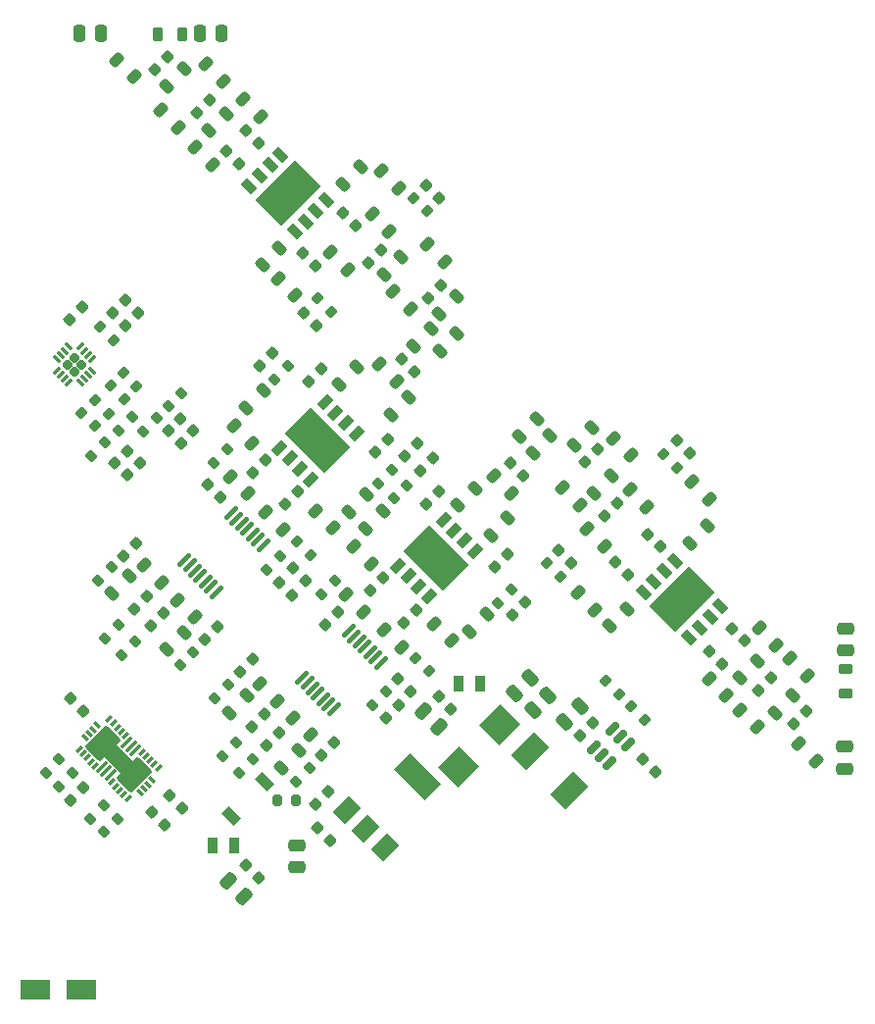
<source format=gbr>
%TF.GenerationSoftware,KiCad,Pcbnew,6.0.4-6f826c9f35~116~ubuntu20.04.1*%
%TF.CreationDate,2022-04-04T16:57:45+00:00*%
%TF.ProjectId,QFHMIX01D,5146484d-4958-4303-9144-2e6b69636164,REV 0.2*%
%TF.SameCoordinates,Original*%
%TF.FileFunction,Paste,Bot*%
%TF.FilePolarity,Positive*%
%FSLAX46Y46*%
G04 Gerber Fmt 4.6, Leading zero omitted, Abs format (unit mm)*
G04 Created by KiCad (PCBNEW 6.0.4-6f826c9f35~116~ubuntu20.04.1) date 2022-04-04 16:57:45*
%MOMM*%
%LPD*%
G01*
G04 APERTURE LIST*
G04 Aperture macros list*
%AMRoundRect*
0 Rectangle with rounded corners*
0 $1 Rounding radius*
0 $2 $3 $4 $5 $6 $7 $8 $9 X,Y pos of 4 corners*
0 Add a 4 corners polygon primitive as box body*
4,1,4,$2,$3,$4,$5,$6,$7,$8,$9,$2,$3,0*
0 Add four circle primitives for the rounded corners*
1,1,$1+$1,$2,$3*
1,1,$1+$1,$4,$5*
1,1,$1+$1,$6,$7*
1,1,$1+$1,$8,$9*
0 Add four rect primitives between the rounded corners*
20,1,$1+$1,$2,$3,$4,$5,0*
20,1,$1+$1,$4,$5,$6,$7,0*
20,1,$1+$1,$6,$7,$8,$9,0*
20,1,$1+$1,$8,$9,$2,$3,0*%
%AMRotRect*
0 Rectangle, with rotation*
0 The origin of the aperture is its center*
0 $1 length*
0 $2 width*
0 $3 Rotation angle, in degrees counterclockwise*
0 Add horizontal line*
21,1,$1,$2,0,0,$3*%
G04 Aperture macros list end*
%ADD10RoundRect,0.200000X0.053033X-0.335876X0.335876X-0.053033X-0.053033X0.335876X-0.335876X0.053033X0*%
%ADD11RoundRect,0.200000X-0.053033X0.335876X-0.335876X0.053033X0.053033X-0.335876X0.335876X-0.053033X0*%
%ADD12RoundRect,0.225000X0.017678X-0.335876X0.335876X-0.017678X-0.017678X0.335876X-0.335876X0.017678X0*%
%ADD13R,2.500000X1.800000*%
%ADD14RoundRect,0.225000X-0.335876X-0.017678X-0.017678X-0.335876X0.335876X0.017678X0.017678X0.335876X0*%
%ADD15RoundRect,0.225000X-0.017678X0.335876X-0.335876X0.017678X0.017678X-0.335876X0.335876X-0.017678X0*%
%ADD16RoundRect,0.200000X0.335876X0.053033X0.053033X0.335876X-0.335876X-0.053033X-0.053033X-0.335876X0*%
%ADD17RoundRect,0.250000X-0.512652X-0.159099X-0.159099X-0.512652X0.512652X0.159099X0.159099X0.512652X0*%
%ADD18RoundRect,0.225000X0.335876X0.017678X0.017678X0.335876X-0.335876X-0.017678X-0.017678X-0.335876X0*%
%ADD19RoundRect,0.218750X-0.424264X-0.114905X-0.114905X-0.424264X0.424264X0.114905X0.114905X0.424264X0*%
%ADD20RoundRect,0.218750X0.424264X0.114905X0.114905X0.424264X-0.424264X-0.114905X-0.114905X-0.424264X0*%
%ADD21RoundRect,0.250000X0.250000X0.475000X-0.250000X0.475000X-0.250000X-0.475000X0.250000X-0.475000X0*%
%ADD22RoundRect,0.218750X-0.114905X0.424264X-0.424264X0.114905X0.114905X-0.424264X0.424264X-0.114905X0*%
%ADD23RoundRect,0.218750X0.114905X-0.424264X0.424264X-0.114905X-0.114905X0.424264X-0.424264X0.114905X0*%
%ADD24RoundRect,0.200000X-0.335876X-0.053033X-0.053033X-0.335876X0.335876X0.053033X0.053033X0.335876X0*%
%ADD25RotRect,0.760000X1.270000X315.000000*%
%ADD26RotRect,4.800000X3.200000X315.000000*%
%ADD27RoundRect,0.250000X0.475000X-0.250000X0.475000X0.250000X-0.475000X0.250000X-0.475000X-0.250000X0*%
%ADD28RoundRect,0.218750X0.218750X0.381250X-0.218750X0.381250X-0.218750X-0.381250X0.218750X-0.381250X0*%
%ADD29RoundRect,0.218750X-0.381250X0.218750X-0.381250X-0.218750X0.381250X-0.218750X0.381250X0.218750X0*%
%ADD30RoundRect,0.250000X-0.159099X0.512652X-0.512652X0.159099X0.159099X-0.512652X0.512652X-0.159099X0*%
%ADD31R,0.889000X1.397000*%
%ADD32RotRect,2.000000X1.500000X45.000000*%
%ADD33RotRect,2.000000X3.800000X45.000000*%
%ADD34RoundRect,0.250000X0.512652X0.159099X0.159099X0.512652X-0.512652X-0.159099X-0.159099X-0.512652X0*%
%ADD35RoundRect,0.100000X0.380070X0.521491X-0.521491X-0.380070X-0.380070X-0.521491X0.521491X0.380070X0*%
%ADD36RoundRect,0.250000X-0.475000X0.250000X-0.475000X-0.250000X0.475000X-0.250000X0.475000X0.250000X0*%
%ADD37RotRect,0.950000X1.500000X225.000000*%
%ADD38RotRect,0.760000X1.270000X45.000000*%
%ADD39RotRect,4.800000X3.200000X45.000000*%
%ADD40RoundRect,0.150000X-0.256326X-0.468458X0.468458X0.256326X0.256326X0.468458X-0.468458X-0.256326X0*%
%ADD41RoundRect,0.200000X0.200000X0.275000X-0.200000X0.275000X-0.200000X-0.275000X0.200000X-0.275000X0*%
%ADD42RotRect,0.760000X1.270000X225.000000*%
%ADD43RotRect,4.800000X3.200000X225.000000*%
%ADD44RoundRect,0.185000X-0.261630X0.000000X0.000000X-0.261630X0.261630X0.000000X0.000000X0.261630X0*%
%ADD45RoundRect,0.062500X-0.282843X0.194454X0.194454X-0.282843X0.282843X-0.194454X-0.194454X0.282843X0*%
%ADD46RoundRect,0.062500X-0.282843X-0.194454X-0.194454X-0.282843X0.282843X0.194454X0.194454X0.282843X0*%
%ADD47RotRect,0.600000X0.300000X225.000000*%
%ADD48RotRect,1.300000X0.300000X225.000000*%
%ADD49RotRect,0.600000X0.300000X135.000000*%
%ADD50RotRect,1.450000X2.000000X225.000000*%
%ADD51RoundRect,0.185000X0.279307X1.325825X-1.325825X-0.279307X-0.279307X-1.325825X1.325825X0.279307X0*%
%ADD52RotRect,1.800000X2.790000X135.000000*%
%ADD53RotRect,1.800000X2.790000X315.000000*%
%ADD54RotRect,2.550160X2.499360X225.000000*%
G04 APERTURE END LIST*
D10*
%TO.C,R8*%
X129540837Y-82091963D03*
X130707563Y-80925237D03*
%TD*%
D11*
%TO.C,R5*%
X128370763Y-83109637D03*
X127204037Y-84276363D03*
%TD*%
D12*
%TO.C,C20*%
X132346706Y-98930691D03*
X133442722Y-97834675D03*
%TD*%
%TO.C,C19*%
X130909866Y-97493850D03*
X132005882Y-96397834D03*
%TD*%
D13*
%TO.C,D1*%
X126358400Y-130327400D03*
X122358400Y-130327400D03*
%TD*%
D14*
%TO.C,C7*%
X129194200Y-84862823D03*
X130290216Y-85958839D03*
%TD*%
D15*
%TO.C,C1*%
X131231008Y-71943592D03*
X130134992Y-73039608D03*
%TD*%
D14*
%TO.C,C6*%
X130337200Y-83846823D03*
X131433216Y-84942839D03*
%TD*%
D15*
%TO.C,C2*%
X130138808Y-70876792D03*
X129042792Y-71972808D03*
%TD*%
D16*
%TO.C,R11*%
X131114800Y-78308200D03*
X129948074Y-77141474D03*
%TD*%
D10*
%TO.C,R7*%
X131674437Y-82193563D03*
X132841163Y-81026837D03*
%TD*%
D11*
%TO.C,R4*%
X135000163Y-78867837D03*
X133833437Y-80034563D03*
%TD*%
D17*
%TO.C,C27*%
X139028249Y-120994249D03*
X140371751Y-122337751D03*
%TD*%
D12*
%TO.C,C22*%
X142326992Y-109260008D03*
X143423008Y-108163992D03*
%TD*%
%TO.C,C21*%
X141055432Y-107662046D03*
X142151448Y-106566030D03*
%TD*%
D10*
%TO.C,R33*%
X127120339Y-115607097D03*
X128287065Y-114440371D03*
%TD*%
%TO.C,R28*%
X129796880Y-101480517D03*
X130963606Y-100313791D03*
%TD*%
%TO.C,R32*%
X124426262Y-112841180D03*
X125592988Y-111674454D03*
%TD*%
%TO.C,R31*%
X123258828Y-111673746D03*
X124425554Y-110507020D03*
%TD*%
%TO.C,R27*%
X128360040Y-100043676D03*
X129526766Y-98876950D03*
%TD*%
%TO.C,R30*%
X139953762Y-111637399D03*
X141120488Y-110470673D03*
%TD*%
%TO.C,R34*%
X128287772Y-116774532D03*
X129454498Y-115607806D03*
%TD*%
D14*
%TO.C,C5*%
X133843392Y-82103592D03*
X134939408Y-83199608D03*
%TD*%
%TO.C,C4*%
X134899400Y-81051400D03*
X135995416Y-82147416D03*
%TD*%
%TO.C,C28*%
X140599792Y-119593992D03*
X141695808Y-120690008D03*
%TD*%
D12*
%TO.C,C17*%
X129957192Y-92927808D03*
X131053208Y-91831792D03*
%TD*%
%TO.C,C18*%
X136992992Y-100141408D03*
X138089008Y-99045392D03*
%TD*%
D14*
%TO.C,C25*%
X132469885Y-115044885D03*
X133565901Y-116140901D03*
%TD*%
D15*
%TO.C,C26*%
X126532008Y-112964592D03*
X125435992Y-114060608D03*
%TD*%
D14*
%TO.C,C23*%
X125413524Y-105226063D03*
X126509540Y-106322079D03*
%TD*%
D18*
%TO.C,C12*%
X138332216Y-87887816D03*
X137236200Y-86791800D03*
%TD*%
D14*
%TO.C,C24*%
X133944885Y-113594885D03*
X135040901Y-114690901D03*
%TD*%
D12*
%TO.C,C3*%
X125308992Y-72557008D03*
X126405008Y-71460992D03*
%TD*%
D10*
%TO.C,R29*%
X138516919Y-110200559D03*
X139683645Y-109033833D03*
%TD*%
D19*
%TO.C,L9*%
X131760499Y-93736699D03*
X133263101Y-95239301D03*
%TD*%
D20*
%TO.C,L13*%
X136158701Y-98236501D03*
X134656099Y-96733899D03*
%TD*%
D18*
%TO.C,C41*%
X146648008Y-73048008D03*
X145551992Y-71951992D03*
%TD*%
D14*
%TO.C,C43*%
X156104584Y-60981584D03*
X157200600Y-62077600D03*
%TD*%
D15*
%TO.C,C59*%
X142848008Y-75451992D03*
X141751992Y-76548008D03*
%TD*%
%TO.C,C62*%
X155411808Y-83246592D03*
X154315792Y-84342608D03*
%TD*%
D21*
%TO.C,C14*%
X128051600Y-47777400D03*
X126151600Y-47777400D03*
%TD*%
D12*
%TO.C,C32*%
X132649592Y-50967008D03*
X133745608Y-49870992D03*
%TD*%
D18*
%TO.C,C47*%
X139968608Y-59044208D03*
X138872592Y-57948192D03*
%TD*%
%TO.C,C49*%
X146598008Y-67858008D03*
X145501992Y-66761992D03*
%TD*%
D12*
%TO.C,C29*%
X146009992Y-77891008D03*
X147106008Y-76794992D03*
%TD*%
D15*
%TO.C,C35*%
X142235088Y-84632070D03*
X141139072Y-85728086D03*
%TD*%
%TO.C,C58*%
X152236808Y-66533392D03*
X151140792Y-67629408D03*
%TD*%
%TO.C,C63*%
X157367608Y-69555992D03*
X156271592Y-70652008D03*
%TD*%
D18*
%TO.C,C65*%
X155107008Y-77002008D03*
X154010992Y-75905992D03*
%TD*%
D21*
%TO.C,C31*%
X138465600Y-47802800D03*
X136565600Y-47802800D03*
%TD*%
D12*
%TO.C,C45*%
X136307192Y-54675408D03*
X137403208Y-53579392D03*
%TD*%
D14*
%TO.C,C33*%
X140574392Y-56195592D03*
X141670408Y-57291608D03*
%TD*%
D18*
%TO.C,C50*%
X150027008Y-64429008D03*
X148930992Y-63332992D03*
%TD*%
D15*
%TO.C,C36*%
X145074008Y-87335992D03*
X143977992Y-88432008D03*
%TD*%
%TO.C,C37*%
X152437139Y-94788641D03*
X151341123Y-95884657D03*
%TD*%
%TO.C,C38*%
X155310208Y-97622992D03*
X154214192Y-98719008D03*
%TD*%
D14*
%TO.C,C44*%
X177821584Y-82977984D03*
X178917600Y-84074000D03*
%TD*%
D12*
%TO.C,C60*%
X163612192Y-98033208D03*
X164708208Y-96937192D03*
%TD*%
%TO.C,C61*%
X155636592Y-85587208D03*
X156732608Y-84491192D03*
%TD*%
D20*
%TO.C,L18*%
X144820101Y-70448901D03*
X143317499Y-68946299D03*
%TD*%
%TO.C,L22*%
X153786301Y-61203301D03*
X152283699Y-59700699D03*
%TD*%
D22*
%TO.C,L40*%
X142051301Y-78648699D03*
X140548699Y-80151301D03*
%TD*%
%TO.C,L44*%
X150992301Y-87640699D03*
X149489699Y-89143301D03*
%TD*%
D23*
%TO.C,L19*%
X141971299Y-67832701D03*
X143473901Y-66330099D03*
%TD*%
D22*
%TO.C,L23*%
X150458901Y-59345099D03*
X148956299Y-60847701D03*
%TD*%
D19*
%TO.C,L41*%
X139532899Y-81671699D03*
X141035501Y-83174301D03*
%TD*%
D20*
%TO.C,L45*%
X148096701Y-90514901D03*
X146594099Y-89012299D03*
%TD*%
D19*
%TO.C,L58*%
X147838699Y-66685699D03*
X149341301Y-68188301D03*
%TD*%
D22*
%TO.C,L69*%
X150103301Y-76591699D03*
X148600699Y-78094301D03*
%TD*%
D23*
%TO.C,L17*%
X133690899Y-52389501D03*
X135193501Y-50886899D03*
%TD*%
%TO.C,L54*%
X137323099Y-56224901D03*
X138825701Y-54722299D03*
%TD*%
%TO.C,L30*%
X152461499Y-68620101D03*
X153964101Y-67117499D03*
%TD*%
%TO.C,L36*%
X157262099Y-72023701D03*
X158764701Y-70521099D03*
%TD*%
D19*
%TO.C,L67*%
X152105899Y-76388499D03*
X153608501Y-77891101D03*
%TD*%
D20*
%TO.C,L59*%
X152948101Y-64937101D03*
X151445499Y-63434499D03*
%TD*%
D23*
%TO.C,L63*%
X153071099Y-80735901D03*
X154573701Y-79233299D03*
%TD*%
%TO.C,L24*%
X178953699Y-91861101D03*
X180456301Y-90358499D03*
%TD*%
D19*
%TO.C,L42*%
X156848699Y-98748699D03*
X158351301Y-100251301D03*
%TD*%
D20*
%TO.C,L46*%
X151373301Y-93588301D03*
X149870699Y-92085699D03*
%TD*%
%TO.C,L25*%
X180594000Y-88036400D03*
X179091398Y-86533798D03*
%TD*%
D23*
%TO.C,L43*%
X159848699Y-99451301D03*
X161351301Y-97948699D03*
%TD*%
%TO.C,L47*%
X150886699Y-90540301D03*
X152389301Y-89037699D03*
%TD*%
D16*
%TO.C,R35*%
X147883363Y-71883363D03*
X146716637Y-70716637D03*
%TD*%
D24*
%TO.C,R37*%
X155017037Y-62002237D03*
X156183763Y-63168963D03*
%TD*%
D11*
%TO.C,R39*%
X144220363Y-76505637D03*
X143053637Y-77672363D03*
%TD*%
D10*
%TO.C,R41*%
X152016637Y-86683363D03*
X153183363Y-85516637D03*
%TD*%
D24*
%TO.C,R38*%
X176633274Y-84177274D03*
X177800000Y-85344000D03*
%TD*%
D10*
%TO.C,R40*%
X162357637Y-96976363D03*
X163524363Y-95809637D03*
%TD*%
D11*
%TO.C,R42*%
X154483363Y-86816637D03*
X153316637Y-87983363D03*
%TD*%
D25*
%TO.C,U8*%
X147393263Y-79662660D03*
D26*
X146764645Y-82985355D03*
D25*
X148291289Y-80560686D03*
X149189314Y-81458711D03*
X150087340Y-82356737D03*
X146136027Y-86308050D03*
X145238001Y-85410024D03*
X144339976Y-84511999D03*
X143441950Y-83613973D03*
%TD*%
%TO.C,U9*%
X157643263Y-89812660D03*
D26*
X157014645Y-93135355D03*
D25*
X158541289Y-90710686D03*
X159439314Y-91608711D03*
X160337340Y-92506737D03*
X156386027Y-96458050D03*
X155488001Y-95560024D03*
X154589976Y-94661999D03*
X153691950Y-93763973D03*
%TD*%
D16*
%TO.C,R36*%
X167741600Y-94742000D03*
X166574874Y-93575274D03*
%TD*%
D18*
%TO.C,C42*%
X168645208Y-93512008D03*
X167549192Y-92415992D03*
%TD*%
D22*
%TO.C,L20*%
X173496701Y-97495899D03*
X171994099Y-98998501D03*
%TD*%
D20*
%TO.C,L21*%
X170738800Y-97586800D03*
X169236198Y-96084198D03*
%TD*%
D23*
%TO.C,L8*%
X128941099Y-96179101D03*
X130443701Y-94676499D03*
%TD*%
D19*
%TO.C,L10*%
X141768099Y-103947499D03*
X143270701Y-105450101D03*
%TD*%
D11*
%TO.C,R25*%
X139013363Y-104064637D03*
X137846637Y-105231363D03*
%TD*%
%TO.C,R3*%
X148284363Y-95047637D03*
X147117637Y-96214363D03*
%TD*%
D14*
%TO.C,C56*%
X175270792Y-91044392D03*
X176366808Y-92140408D03*
%TD*%
D22*
%TO.C,L39*%
X156529501Y-73340499D03*
X155026899Y-74843101D03*
%TD*%
D27*
%TO.C,C34*%
X192405000Y-101087000D03*
X192405000Y-99187000D03*
%TD*%
D18*
%TO.C,C64*%
X164519616Y-86033616D03*
X163423600Y-84937600D03*
%TD*%
D28*
%TO.C,L14*%
X135026400Y-47879000D03*
X132901400Y-47879000D03*
%TD*%
D23*
%TO.C,L7*%
X143596899Y-111215901D03*
X145099501Y-109713299D03*
%TD*%
D22*
%TO.C,L29*%
X172150501Y-85989699D03*
X170647899Y-87492301D03*
%TD*%
%TO.C,L37*%
X165673501Y-81087499D03*
X164170899Y-82590101D03*
%TD*%
D19*
%TO.C,L53*%
X137069099Y-50429699D03*
X138571701Y-51932301D03*
%TD*%
D29*
%TO.C,L15*%
X192405000Y-102696500D03*
X192405000Y-104821500D03*
%TD*%
D19*
%TO.C,L32*%
X167904699Y-87005699D03*
X169407301Y-88508301D03*
%TD*%
D11*
%TO.C,R24*%
X128954963Y-93904637D03*
X127788237Y-95071363D03*
%TD*%
D24*
%TO.C,R52*%
X171628637Y-103683637D03*
X172795363Y-104850363D03*
%TD*%
D14*
%TO.C,C11*%
X153670000Y-103505000D03*
X154766016Y-104601016D03*
%TD*%
D12*
%TO.C,C13*%
X147457792Y-98896808D03*
X148553808Y-97800792D03*
%TD*%
%TO.C,C66*%
X146594192Y-114340008D03*
X147690208Y-113243992D03*
%TD*%
D22*
%TO.C,L62*%
X187822301Y-104988899D03*
X186319699Y-106491501D03*
%TD*%
D30*
%TO.C,C74*%
X166672102Y-104930098D03*
X165328600Y-106273600D03*
%TD*%
D18*
%TO.C,C82*%
X158292800Y-106146600D03*
X157196784Y-105050584D03*
%TD*%
D31*
%TO.C,L51*%
X160820100Y-103987600D03*
X158915100Y-103987600D03*
%TD*%
D19*
%TO.C,L5*%
X129423699Y-50074099D03*
X130926301Y-51576701D03*
%TD*%
D32*
%TO.C,U1*%
X152555023Y-118096996D03*
X150928678Y-116470650D03*
D33*
X155383450Y-112015878D03*
D32*
X149302332Y-114844305D03*
%TD*%
D34*
%TO.C,C80*%
X157211951Y-107681951D03*
X155868449Y-106338449D03*
%TD*%
D19*
%TO.C,L56*%
X140309600Y-53517800D03*
X141812202Y-55020402D03*
%TD*%
D23*
%TO.C,L12*%
X133690899Y-101030501D03*
X135193501Y-99527899D03*
%TD*%
D24*
%TO.C,R12*%
X127966037Y-73127437D03*
X129132763Y-74294163D03*
%TD*%
D10*
%TO.C,R2*%
X137770437Y-84885963D03*
X138937163Y-83719237D03*
%TD*%
D24*
%TO.C,R1*%
X155245637Y-101727837D03*
X156412363Y-102894563D03*
%TD*%
D12*
%TO.C,C9*%
X152690192Y-106923208D03*
X153786208Y-105827192D03*
%TD*%
%TO.C,C53*%
X162037392Y-93893008D03*
X163133408Y-92796992D03*
%TD*%
D19*
%TO.C,L52*%
X133182899Y-54417499D03*
X134685501Y-55920101D03*
%TD*%
D30*
%TO.C,C68*%
X169429351Y-105906649D03*
X168085849Y-107250151D03*
%TD*%
D19*
%TO.C,L55*%
X136154699Y-57668699D03*
X137657301Y-59171301D03*
%TD*%
%TO.C,L3*%
X149235699Y-96276699D03*
X150738301Y-97779301D03*
%TD*%
D20*
%TO.C,L16*%
X189828901Y-110631701D03*
X188326299Y-109129099D03*
%TD*%
D22*
%TO.C,L33*%
X184774301Y-101966299D03*
X183271699Y-103468901D03*
%TD*%
D20*
%TO.C,L27*%
X189092301Y-103265701D03*
X187589699Y-101763099D03*
%TD*%
D30*
%TO.C,C76*%
X165111351Y-103417449D03*
X163767849Y-104760951D03*
%TD*%
D12*
%TO.C,C52*%
X169860592Y-84799808D03*
X170956608Y-83703792D03*
%TD*%
D20*
%TO.C,L6*%
X146166301Y-108396501D03*
X144663699Y-106893899D03*
%TD*%
D23*
%TO.C,L38*%
X165339299Y-84037901D03*
X166841901Y-82535299D03*
%TD*%
D15*
%TO.C,C40*%
X189016008Y-106309792D03*
X187919992Y-107405808D03*
%TD*%
D16*
%TO.C,R15*%
X127507163Y-81710963D03*
X126340437Y-80544237D03*
%TD*%
D35*
%TO.C,U3*%
X149444194Y-99389250D03*
X149903813Y-99848869D03*
X150363433Y-100308488D03*
X150823052Y-100768108D03*
X151282672Y-101227727D03*
X151742291Y-101687347D03*
X152201910Y-102146966D03*
X148153724Y-106195152D03*
X147694105Y-105735533D03*
X147234485Y-105275914D03*
X146774866Y-104816294D03*
X146315246Y-104356675D03*
X145855627Y-103897055D03*
X145396008Y-103437436D03*
%TD*%
D11*
%TO.C,R23*%
X146049163Y-111227437D03*
X144882437Y-112394163D03*
%TD*%
D20*
%TO.C,L61*%
X157723301Y-67553301D03*
X156220699Y-66050699D03*
%TD*%
D15*
%TO.C,C46*%
X185942608Y-103439592D03*
X184846592Y-104535608D03*
%TD*%
D19*
%TO.C,L26*%
X170012899Y-90612499D03*
X171515501Y-92115101D03*
%TD*%
D20*
%TO.C,L4*%
X143778701Y-90641901D03*
X142276099Y-89139299D03*
%TD*%
D36*
%TO.C,C69*%
X144932400Y-117896600D03*
X144932400Y-119796600D03*
%TD*%
D14*
%TO.C,C55*%
X182535192Y-99172392D03*
X183631208Y-100268408D03*
%TD*%
D37*
%TO.C,D3*%
X139274153Y-115386247D03*
X142208647Y-112451753D03*
%TD*%
D11*
%TO.C,R26*%
X136016163Y-101219837D03*
X134849437Y-102386563D03*
%TD*%
D38*
%TO.C,U6*%
X140847705Y-60991782D03*
X141745731Y-60093756D03*
D39*
X144170400Y-61620400D03*
D38*
X142643756Y-59195731D03*
X143541782Y-58297705D03*
X147493095Y-62249018D03*
X146595069Y-63147044D03*
X145697044Y-64045069D03*
X144799018Y-64943095D03*
%TD*%
D19*
%TO.C,L2*%
X139242800Y-86055200D03*
X140745402Y-87557802D03*
%TD*%
D16*
%TO.C,R13*%
X130047163Y-79374163D03*
X128880437Y-78207437D03*
%TD*%
%TO.C,R14*%
X128675563Y-80644163D03*
X127508837Y-79477437D03*
%TD*%
D40*
%TO.C,U11*%
X171984025Y-110830277D03*
X171312274Y-110158526D03*
X170640523Y-109486775D03*
X172249191Y-107878107D03*
X172920942Y-108549858D03*
X173592693Y-109221609D03*
%TD*%
D19*
%TO.C,L60*%
X153299699Y-70114699D03*
X154802301Y-71617301D03*
%TD*%
D20*
%TO.C,L57*%
X182081901Y-104992901D03*
X180579299Y-103490299D03*
%TD*%
D12*
%TO.C,C54*%
X156169992Y-88432008D03*
X157266008Y-87335992D03*
%TD*%
D41*
%TO.C,R54*%
X144893800Y-114046000D03*
X143243800Y-114046000D03*
%TD*%
D14*
%TO.C,C57*%
X172476792Y-93482792D03*
X173572808Y-94578808D03*
%TD*%
D11*
%TO.C,R9*%
X143509163Y-92939437D03*
X142342437Y-94106163D03*
%TD*%
D14*
%TO.C,C10*%
X143433800Y-95199200D03*
X144529816Y-96295216D03*
%TD*%
D18*
%TO.C,C72*%
X175985808Y-111571408D03*
X174889792Y-110475392D03*
%TD*%
D12*
%TO.C,C51*%
X171511592Y-89448008D03*
X172607608Y-88351992D03*
%TD*%
%TO.C,C15*%
X140040992Y-102910008D03*
X141137008Y-101813992D03*
%TD*%
D10*
%TO.C,R10*%
X151511837Y-105790163D03*
X152678563Y-104623437D03*
%TD*%
D20*
%TO.C,L31*%
X173852301Y-84266501D03*
X172349699Y-82763899D03*
%TD*%
D14*
%TO.C,C67*%
X146771992Y-116418992D03*
X147868008Y-117515008D03*
%TD*%
D20*
%TO.C,L1*%
X154029602Y-100816602D03*
X152527000Y-99314000D03*
%TD*%
D27*
%TO.C,C39*%
X192303400Y-111287600D03*
X192303400Y-109387600D03*
%TD*%
D42*
%TO.C,U7*%
X181551629Y-97301018D03*
X180653603Y-98199044D03*
D43*
X178228934Y-96672400D03*
D42*
X179755578Y-99097069D03*
X178857552Y-99995095D03*
X174906239Y-96043782D03*
X175804265Y-95145756D03*
X176702290Y-94247731D03*
X177600316Y-93349705D03*
%TD*%
D23*
%TO.C,L65*%
X157287499Y-75224101D03*
X158790101Y-73721499D03*
%TD*%
D31*
%TO.C,L48*%
X139560300Y-117932200D03*
X137655300Y-117932200D03*
%TD*%
D15*
%TO.C,C70*%
X170535600Y-107340400D03*
X169439584Y-108436416D03*
%TD*%
D18*
%TO.C,C48*%
X181726208Y-102224208D03*
X180630192Y-101128192D03*
%TD*%
D44*
%TO.C,U12*%
X125748144Y-75820505D03*
X126349185Y-76421546D03*
X125748144Y-77022587D03*
X125147103Y-76421546D03*
D45*
X124192509Y-75926571D03*
X124546062Y-75573018D03*
X124899616Y-75219464D03*
X125253169Y-74865911D03*
D46*
X126243119Y-74865911D03*
X126596672Y-75219464D03*
X126950226Y-75573018D03*
X127303779Y-75926571D03*
D45*
X127303779Y-76916521D03*
X126950226Y-77270074D03*
X126596672Y-77623628D03*
X126243119Y-77977181D03*
D46*
X125253169Y-77977181D03*
X124899616Y-77623628D03*
X124546062Y-77270074D03*
X124192509Y-76916521D03*
%TD*%
D16*
%TO.C,R48*%
X175005163Y-107085563D03*
X173838437Y-105918837D03*
%TD*%
D14*
%TO.C,C8*%
X144663792Y-93965392D03*
X145759808Y-95061408D03*
%TD*%
D35*
%TO.C,U2*%
X139287313Y-89232369D03*
X139746932Y-89691988D03*
X140206552Y-90151607D03*
X140666171Y-90611227D03*
X141125791Y-91070846D03*
X141585410Y-91530466D03*
X142045029Y-91990085D03*
X137996843Y-96038271D03*
X137537224Y-95578652D03*
X137077604Y-95119033D03*
X136617985Y-94659413D03*
X136158365Y-94199794D03*
X135698746Y-93740174D03*
X135239127Y-93280555D03*
%TD*%
D20*
%TO.C,L64*%
X175223901Y-88686101D03*
X173721299Y-87183499D03*
%TD*%
D47*
%TO.C,U5*%
X128740460Y-107014336D03*
X129094014Y-107367890D03*
X129447567Y-107721443D03*
X129801120Y-108074996D03*
X130154674Y-108428550D03*
D48*
X130260740Y-109029590D03*
X130614293Y-109383144D03*
X130967847Y-109736697D03*
D47*
X131568887Y-109842763D03*
X131922441Y-110196317D03*
X132275994Y-110549870D03*
X132629547Y-110903423D03*
X132983101Y-111256977D03*
D49*
X132452771Y-112282282D03*
X132099217Y-112635835D03*
X131745664Y-112989388D03*
X131392111Y-113342942D03*
D47*
X130366806Y-113873272D03*
X130013252Y-113519718D03*
X129659699Y-113166165D03*
X129306146Y-112812612D03*
X128952592Y-112459058D03*
D48*
X128846526Y-111858018D03*
X128492973Y-111504464D03*
X128139419Y-111150911D03*
D47*
X127538379Y-111044845D03*
X127184825Y-110691291D03*
X126831272Y-110337738D03*
X126477719Y-109984185D03*
X126124165Y-109630631D03*
D49*
X126654495Y-108605326D03*
X127008049Y-108251773D03*
X127361602Y-107898220D03*
X127715155Y-107544666D03*
D50*
X129553633Y-110443804D03*
D51*
X130900671Y-111790842D03*
X128206595Y-109096766D03*
%TD*%
D23*
%TO.C,L70*%
X161696400Y-91135200D03*
X163199002Y-89632598D03*
%TD*%
D22*
%TO.C,L68*%
X160364901Y-87081899D03*
X158862299Y-88584501D03*
%TD*%
D23*
%TO.C,L11*%
X139101099Y-106466101D03*
X140603701Y-104963499D03*
%TD*%
D22*
%TO.C,L35*%
X170423301Y-81849499D03*
X168920699Y-83352101D03*
%TD*%
D24*
%TO.C,R6*%
X144958637Y-91694837D03*
X146125363Y-92861563D03*
%TD*%
D20*
%TO.C,L28*%
X184723501Y-107710701D03*
X183220899Y-106208099D03*
%TD*%
%TO.C,L34*%
X186399901Y-100624101D03*
X184897299Y-99121499D03*
%TD*%
D12*
%TO.C,C30*%
X151750392Y-83961608D03*
X152846408Y-82865592D03*
%TD*%
D52*
%TO.C,L49*%
X168468972Y-113143956D03*
D53*
X165113751Y-109788735D03*
%TD*%
D54*
%TO.C,C78*%
X162505683Y-107547117D03*
X158935133Y-111117667D03*
%TD*%
D12*
%TO.C,C16*%
X147102192Y-110149008D03*
X148198208Y-109052992D03*
%TD*%
D19*
%TO.C,L66*%
X162001200Y-86004400D03*
X163503802Y-87507002D03*
%TD*%
M02*

</source>
